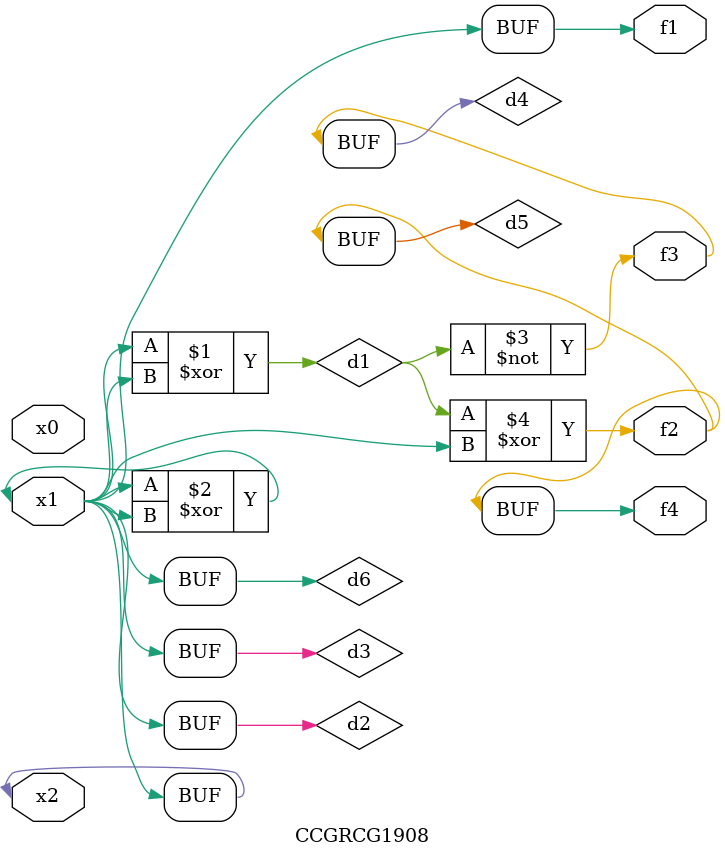
<source format=v>
module CCGRCG1908(
	input x0, x1, x2,
	output f1, f2, f3, f4
);

	wire d1, d2, d3, d4, d5, d6;

	xor (d1, x1, x2);
	buf (d2, x1, x2);
	xor (d3, x1, x2);
	nor (d4, d1);
	xor (d5, d1, d2);
	buf (d6, d2, d3);
	assign f1 = d6;
	assign f2 = d5;
	assign f3 = d4;
	assign f4 = d5;
endmodule

</source>
